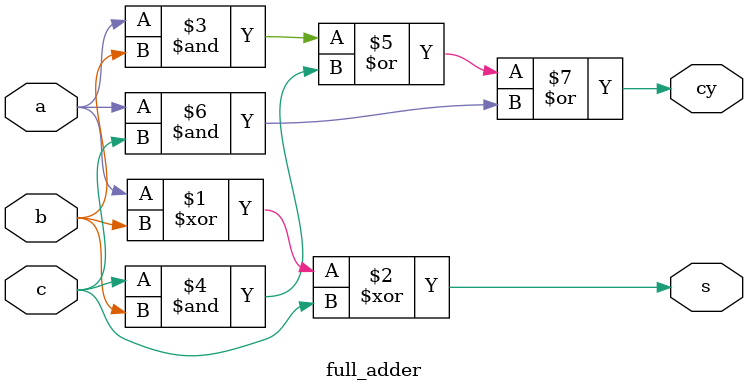
<source format=v>
module full_adder(a,b,c,s,cy);
input a,b,c;
output s,cy;
assign s = a ^ b ^ c;
assign cy = (a & b) | (c & b) | (a & c) ;
endmodule

</source>
